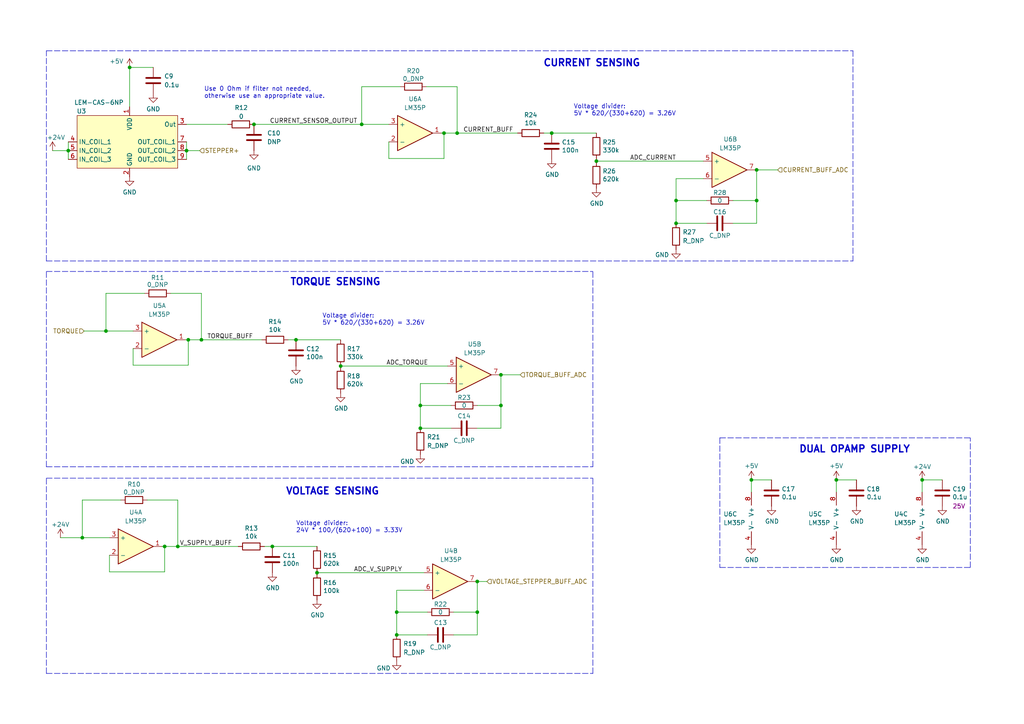
<source format=kicad_sch>
(kicad_sch (version 20211123) (generator eeschema)
  (paper "A4")
  (lib_symbols
    (symbol "Device:C" (pin_numbers hide) (pin_names (offset 0.254))
      (property "Reference" "C" (at 0.635 2.54 0))
      (property "Value" "C" (at 0.635 -2.54 0))
      (symbol "C_0_1"
        (polyline (pts (xy -2.032 -0.762) (xy 2.032 -0.762)) (stroke (width 0.508)))
        (polyline (pts (xy -2.032 0.762) (xy 2.032 0.762)) (stroke (width 0.508)))
      )
      (symbol "C_1_1"
        (pin passive line (at 0 3.81 270) (length 2.794) (name "~") (number "1"))
        (pin passive line (at 0 -3.81 90) (length 2.794) (name "~") (number "2"))
      )
    )
    (symbol "Device:Opamp_Dual"
      (property "Reference" "U" (at 0 5.08 0))
      (property "Value" "Opamp_Dual" (at 0 -5.08 0))
      (symbol "Opamp_Dual_1_1"
        (polyline (pts (xy -5.08 5.08) (xy 5.08 0) (xy -5.08 -5.08) (xy -5.08 5.08)) (stroke (width 0.254)) (fill (type background)))
        (pin output line (at 7.62 0 180) (length 2.54) (name "~") (number "1"))
        (pin input line (at -7.62 -2.54 0) (length 2.54) (name "-") (number "2"))
        (pin input line (at -7.62 2.54 0) (length 2.54) (name "+") (number "3"))
      )
      (symbol "Opamp_Dual_2_1"
        (polyline (pts (xy -5.08 5.08) (xy 5.08 0) (xy -5.08 -5.08) (xy -5.08 5.08)) (stroke (width 0.254)) (fill (type background)))
        (pin input line (at -7.62 2.54 0) (length 2.54) (name "+") (number "5"))
        (pin input line (at -7.62 -2.54 0) (length 2.54) (name "-") (number "6"))
        (pin output line (at 7.62 0 180) (length 2.54) (name "~") (number "7"))
      )
      (symbol "Opamp_Dual_3_1"
        (pin power_in line (at -2.54 -7.62 90) (length 3.81) (name "V-") (number "4"))
        (pin power_in line (at -2.54 7.62 270) (length 3.81) (name "V+") (number "8"))
      )
    )
    (symbol "Device:R" (pin_numbers hide) (pin_names (offset 0))
      (property "Reference" "R" (at 2.032 0 90))
      (property "Value" "R" (at 0 0 90))
      (symbol "R_0_1"
        (rectangle (start -1.016 -2.54) (end 1.016 2.54) (stroke (width 0.254)))
      )
      (symbol "R_1_1"
        (pin passive line (at 0 3.81 270) (length 1.27) (name "~") (number "1"))
        (pin passive line (at 0 -3.81 90) (length 1.27) (name "~") (number "2"))
      )
    )
    (symbol "Sensing lib:LEM-CAS-6-NP"
      (property "Reference" "U2" (at -13.97 1.27 0))
      (property "Value" "LEM-CAS-6NP" (at -8.89 3.81 0))
      (symbol "LEM-CAS-6-NP_0_1"
        (rectangle (start -15.24 0) (end 13.97 -15.24) (fill (type background)))
      )
      (symbol "LEM-CAS-6-NP_1_1"
        (pin power_in line (at 0 2.54 270) (length 2.54) (name "VDD") (number "1"))
        (pin power_out line (at 0 -17.78 90) (length 2.54) (name "GND") (number "2"))
        (pin output line (at 16.51 -2.54 180) (length 2.54) (name "Out") (number "3"))
        (pin input line (at -17.78 -7.62 0) (length 2.54) (name "IN_COIL_1") (number "4"))
        (pin input line (at -17.78 -10.16 0) (length 2.54) (name "IN_COIL_2") (number "5"))
        (pin input line (at -17.78 -12.7 0) (length 2.54) (name "IN_COIL_3") (number "6"))
        (pin output line (at 16.51 -7.62 180) (length 2.54) (name "OUT_COIL_1") (number "7"))
        (pin output line (at 16.51 -10.16 180) (length 2.54) (name "OUT_COIL_2") (number "8"))
        (pin output line (at 16.51 -12.7 180) (length 2.54) (name "OUT_COIL_3") (number "9"))
      )
    )
    (symbol "power:+24V" (power) (pin_names (offset 0))
      (property "Value" "+24V" (at 0 3.556 0))
      (symbol "+24V_0_1"
        (polyline (pts (xy -0.762 1.27) (xy 0 2.54)))
        (polyline (pts (xy 0 0) (xy 0 2.54)))
        (polyline (pts (xy 0 2.54) (xy 0.762 1.27)))
      )
      (symbol "+24V_1_1"
        (pin power_in line (at 0 0 90) (length 0) hide (name "+24V") (number "1"))
      )
    )
    (symbol "power:+5V" (power) (pin_names (offset 0))
      (property "Value" "+5V" (at 0 3.556 0))
      (symbol "+5V_0_1"
        (polyline (pts (xy -0.762 1.27) (xy 0 2.54)))
        (polyline (pts (xy 0 0) (xy 0 2.54)))
        (polyline (pts (xy 0 2.54) (xy 0.762 1.27)))
      )
      (symbol "+5V_1_1"
        (pin power_in line (at 0 0 90) (length 0) hide (name "+5V") (number "1"))
      )
    )
    (symbol "power:GND" (power) (pin_names (offset 0))
      (property "Value" "GND" (at 0 -3.81 0))
      (symbol "GND_0_1"
        (polyline (pts (xy 0 0) (xy 0 -1.27) (xy 1.27 -1.27) (xy 0 -2.54) (xy -1.27 -1.27) (xy 0 -1.27)))
      )
      (symbol "GND_1_1"
        (pin power_in line (at 0 0 270) (length 0) hide (name "GND") (number "1"))
      )
    )
  )
  (junction (at 196.088 64.77))
  (junction (at 78.994 158.496))
  (junction (at 267.462 139.192))
  (junction (at 160.02 38.608))
  (junction (at 217.932 139.192))
  (junction (at 115.062 177.546))
  (junction (at 145.288 108.712))
  (junction (at 121.92 124.206))
  (junction (at 91.948 166.116))
  (junction (at 145.288 117.602))
  (junction (at 219.456 58.166))
  (junction (at 85.852 98.552))
  (junction (at 138.43 177.546))
  (junction (at 172.974 46.736))
  (junction (at 73.66 36.068))
  (junction (at 121.92 117.602))
  (junction (at 54.102 43.688))
  (junction (at 128.778 38.608))
  (junction (at 98.806 106.172))
  (junction (at 23.876 155.956))
  (junction (at 138.43 168.656))
  (junction (at 115.062 184.15))
  (junction (at 51.562 158.496))
  (junction (at 132.588 38.608))
  (junction (at 196.088 58.166))
  (junction (at 219.456 49.276))
  (junction (at 30.734 96.012))
  (junction (at 19.812 43.688))
  (junction (at 104.902 36.068))
  (junction (at 37.592 19.558))
  (junction (at 54.61 98.552))
  (junction (at 58.42 98.552))
  (junction (at 47.752 158.496))
  (junction (at 242.57 139.192))
  (wire (pts (xy 104.902 36.068) (xy 104.902 25.146)))
  (wire (pts (xy 145.288 108.712) (xy 145.288 117.602)))
  (wire (pts (xy 196.088 51.816) (xy 196.088 58.166)))
  (polyline (pts (xy 13.462 195.326) (xy 13.462 138.684)))
  (wire (pts (xy 54.61 105.918) (xy 54.61 98.552)))
  (wire (pts (xy 115.062 171.196) (xy 122.936 171.196)))
  (polyline (pts (xy 13.462 135.382) (xy 13.462 78.74)))
  (wire (pts (xy 54.61 98.552) (xy 53.848 98.552)))
  (wire (pts (xy 121.92 111.252) (xy 121.92 117.602)))
  (polyline (pts (xy 13.462 14.732) (xy 247.396 14.732)))
  (wire (pts (xy 132.588 38.608) (xy 150.114 38.608)))
  (wire (pts (xy 98.806 106.172) (xy 129.794 106.172)))
  (wire (pts (xy 128.778 38.608) (xy 132.588 38.608)))
  (wire (pts (xy 267.462 139.192) (xy 267.462 142.748)))
  (wire (pts (xy 160.02 38.608) (xy 172.974 38.608)))
  (wire (pts (xy 24.384 96.012) (xy 30.734 96.012)))
  (wire (pts (xy 145.034 108.712) (xy 145.288 108.712)))
  (wire (pts (xy 19.812 41.148) (xy 19.812 43.688)))
  (wire (pts (xy 37.592 19.558) (xy 37.592 30.988)))
  (wire (pts (xy 51.562 158.496) (xy 69.088 158.496)))
  (polyline (pts (xy 171.958 195.326) (xy 171.958 138.684)))
  (wire (pts (xy 172.974 46.736) (xy 203.962 46.736)))
  (wire (pts (xy 76.708 158.496) (xy 78.994 158.496)))
  (polyline (pts (xy 171.958 135.382) (xy 171.958 78.74)))
  (wire (pts (xy 83.566 98.552) (xy 85.852 98.552)))
  (wire (pts (xy 49.53 85.09) (xy 58.42 85.09)))
  (wire (pts (xy 30.734 96.012) (xy 30.734 85.09)))
  (wire (pts (xy 138.43 168.656) (xy 141.224 168.656)))
  (wire (pts (xy 138.43 177.546) (xy 138.43 184.15)))
  (wire (pts (xy 54.102 43.688) (xy 54.102 46.228)))
  (wire (pts (xy 115.062 177.546) (xy 115.062 184.15)))
  (wire (pts (xy 121.92 117.602) (xy 130.81 117.602)))
  (wire (pts (xy 172.974 46.736) (xy 172.974 46.99)))
  (wire (pts (xy 138.43 177.546) (xy 131.572 177.546)))
  (wire (pts (xy 112.776 41.148) (xy 112.776 45.974)))
  (wire (pts (xy 131.572 184.15) (xy 138.43 184.15)))
  (wire (pts (xy 242.57 139.192) (xy 242.57 142.748)))
  (wire (pts (xy 17.526 155.956) (xy 23.876 155.956)))
  (wire (pts (xy 78.994 158.496) (xy 91.948 158.496)))
  (wire (pts (xy 85.852 98.552) (xy 98.806 98.552)))
  (wire (pts (xy 98.806 106.172) (xy 98.806 106.426)))
  (wire (pts (xy 242.57 139.192) (xy 248.412 139.192)))
  (wire (pts (xy 219.202 49.276) (xy 219.456 49.276)))
  (wire (pts (xy 115.062 184.15) (xy 123.952 184.15)))
  (wire (pts (xy 104.902 25.146) (xy 116.078 25.146)))
  (wire (pts (xy 157.734 38.608) (xy 160.02 38.608)))
  (wire (pts (xy 123.698 25.146) (xy 132.588 25.146)))
  (polyline (pts (xy 13.462 195.326) (xy 171.958 195.326)))
  (polyline (pts (xy 13.462 135.382) (xy 171.958 135.382)))
  (wire (pts (xy 47.752 165.862) (xy 47.752 158.496)))
  (wire (pts (xy 138.43 124.206) (xy 145.288 124.206)))
  (wire (pts (xy 121.92 124.206) (xy 130.81 124.206)))
  (wire (pts (xy 104.902 36.068) (xy 112.776 36.068)))
  (polyline (pts (xy 208.788 127) (xy 281.432 127)))
  (wire (pts (xy 30.734 96.012) (xy 38.608 96.012)))
  (polyline (pts (xy 208.788 127) (xy 208.788 164.592)))
  (wire (pts (xy 121.92 117.602) (xy 121.92 124.206)))
  (wire (pts (xy 38.608 101.092) (xy 38.608 105.918)))
  (wire (pts (xy 121.92 111.252) (xy 129.794 111.252)))
  (polyline (pts (xy 208.788 164.592) (xy 281.432 164.592)))
  (wire (pts (xy 132.588 25.146) (xy 132.588 38.608)))
  (wire (pts (xy 91.948 166.116) (xy 122.936 166.116)))
  (wire (pts (xy 47.752 158.496) (xy 51.562 158.496)))
  (wire (pts (xy 47.752 158.496) (xy 46.99 158.496)))
  (wire (pts (xy 31.75 161.036) (xy 31.75 165.862)))
  (polyline (pts (xy 13.462 75.692) (xy 13.462 14.732)))
  (wire (pts (xy 19.812 43.688) (xy 19.812 46.228)))
  (wire (pts (xy 23.876 155.956) (xy 31.75 155.956)))
  (wire (pts (xy 23.876 155.956) (xy 23.876 145.034)))
  (wire (pts (xy 219.456 58.166) (xy 212.598 58.166)))
  (wire (pts (xy 91.948 166.116) (xy 91.948 166.37)))
  (wire (pts (xy 54.102 36.068) (xy 66.04 36.068)))
  (polyline (pts (xy 13.462 138.684) (xy 171.958 138.684)))
  (polyline (pts (xy 13.462 78.74) (xy 171.958 78.74)))
  (wire (pts (xy 196.088 51.816) (xy 203.962 51.816)))
  (wire (pts (xy 112.776 45.974) (xy 128.778 45.974)))
  (wire (pts (xy 44.45 19.558) (xy 37.592 19.558)))
  (wire (pts (xy 31.75 165.862) (xy 47.752 165.862)))
  (wire (pts (xy 23.876 145.034) (xy 35.052 145.034)))
  (wire (pts (xy 15.24 43.688) (xy 19.812 43.688)))
  (wire (pts (xy 217.932 139.192) (xy 217.932 142.748)))
  (wire (pts (xy 42.672 145.034) (xy 51.562 145.034)))
  (wire (pts (xy 73.66 36.068) (xy 104.902 36.068)))
  (wire (pts (xy 128.778 45.974) (xy 128.778 38.608)))
  (wire (pts (xy 219.456 49.276) (xy 219.456 58.166)))
  (wire (pts (xy 172.974 46.228) (xy 172.974 46.736)))
  (wire (pts (xy 212.598 64.77) (xy 219.456 64.77)))
  (wire (pts (xy 128.778 38.608) (xy 128.016 38.608)))
  (wire (pts (xy 145.288 117.602) (xy 138.43 117.602)))
  (wire (pts (xy 115.062 171.196) (xy 115.062 177.546)))
  (wire (pts (xy 145.288 117.602) (xy 145.288 124.206)))
  (wire (pts (xy 219.456 49.276) (xy 225.552 49.276)))
  (wire (pts (xy 30.734 85.09) (xy 41.91 85.09)))
  (wire (pts (xy 145.288 108.712) (xy 150.876 108.712)))
  (wire (pts (xy 115.062 177.546) (xy 123.952 177.546)))
  (wire (pts (xy 54.102 43.688) (xy 57.912 43.688)))
  (wire (pts (xy 196.088 58.166) (xy 196.088 64.77)))
  (wire (pts (xy 217.932 139.192) (xy 223.774 139.192)))
  (polyline (pts (xy 281.432 164.592) (xy 281.432 127)))
  (wire (pts (xy 196.088 64.77) (xy 204.978 64.77)))
  (wire (pts (xy 54.102 41.148) (xy 54.102 43.688)))
  (wire (pts (xy 138.43 168.656) (xy 138.43 177.546)))
  (polyline (pts (xy 13.462 75.692) (xy 247.396 75.692)))
  (wire (pts (xy 196.088 58.166) (xy 204.978 58.166)))
  (wire (pts (xy 219.456 58.166) (xy 219.456 64.77)))
  (wire (pts (xy 138.176 168.656) (xy 138.43 168.656)))
  (wire (pts (xy 54.61 98.552) (xy 58.42 98.552)))
  (wire (pts (xy 38.608 105.918) (xy 54.61 105.918)))
  (wire (pts (xy 267.462 139.192) (xy 273.304 139.192)))
  (polyline (pts (xy 247.396 14.732) (xy 247.396 75.692)))
  (wire (pts (xy 58.42 85.09) (xy 58.42 98.552)))
  (wire (pts (xy 51.562 145.034) (xy 51.562 158.496)))
  (wire (pts (xy 58.42 98.552) (xy 75.946 98.552)))
  (text "TORQUE SENSING" (at 84.074 83.058 0) (effects (font (size 2 2) bold) (justify left bottom)))
  (text "VOLTAGE SENSING" (at 82.804 143.764 0) (effects (font (size 2 2) bold) (justify left bottom)))
  (text "Voltage divider:\n5V * 620/(330+620) = 3.26V" (at 93.472 94.488 0) (effects (font (size 1.27 1.27)) (justify left bottom)))
  (text "Voltage divider:\n24V * 100/(620+100) = 3.33V" (at 85.852 154.686 0) (effects (font (size 1.27 1.27)) (justify left bottom)))
  (text "Voltage divider:\n5V * 620/(330+620) = 3.26V" (at 166.37 33.782 0) (effects (font (size 1.27 1.27)) (justify left bottom)))
  (text "DUAL OPAMP SUPPLY\n" (at 231.648 131.572 0) (effects (font (size 2 2) bold) (justify left bottom)))
  (text "CURRENT SENSING" (at 157.48 19.558 0) (effects (font (size 2 2) bold) (justify left bottom)))
  (text "Use 0 Ohm if filter not needed, \notherwise use an appropriate value." (at 59.182 28.702 0) (effects (font (size 1.27 1.27)) (justify left bottom)))
  (label "CURRENT_BUFF" (at 134.366 38.608 0))
  (label "V_SUPPLY_BUFF" (at 67.31 158.496 180))
  (label "ADC_V_SUPPLY" (at 102.616 166.116 0))
  (label "TORQUE_BUFF" (at 73.406 98.552 180))
  (label "ADC_CURRENT" (at 196.088 46.736 180))
  (label "CURRENT_SENSOR_OUTPUT" (at 78.232 36.068 0))
  (label "ADC_TORQUE" (at 124.206 106.172 180))
  (hierarchical_label "TORQUE_BUFF_ADC" (shape input) (at 150.876 108.712 0))
  (hierarchical_label "CURRENT_BUFF_ADC" (shape input) (at 225.552 49.276 0))
  (hierarchical_label "TORQUE" (shape input) (at 24.384 96.012 180))
  (hierarchical_label "VOLTAGE_STEPPER_BUFF_ADC" (shape input) (at 141.224 168.656 0))
  (hierarchical_label "STEPPER+" (shape input) (at 57.912 43.688 0))
  (symbol (lib_id "power:GND") (at 172.974 54.61 0) (unit 1)
    (property "Reference" "#PWR034" (effects hide))
    (property "Value" "GND" (at 173.101 59.0042 0))
  )
  (symbol (lib_id "power:GND") (at 242.57 157.988 0) (unit 1)
    (property "Reference" "#PWR040" (effects hide))
    (property "Value" "GND" (at 242.697 162.3822 0))
  )
  (symbol (lib_id "power:GND") (at 273.304 146.812 0) (unit 1)
    (property "Reference" "#PWR044" (effects hide))
    (property "Value" "GND" (at 273.431 151.2062 0))
  )
  (symbol (lib_id "power:GND") (at 115.062 191.77 0) (unit 1)
    (property "Reference" "#PWR031" (effects hide))
    (property "Value" "GND" (at 111.252 193.802 0))
  )
  (symbol (lib_id "power:+5V") (at 217.932 139.192 0) (unit 1)
    (property "Reference" "#PWR036" (effects hide))
    (property "Value" "+5V" (at 217.932 135.128 0))
  )
  (symbol (lib_id "power:GND") (at 196.088 72.39 0) (unit 1)
    (property "Reference" "#PWR035" (effects hide))
    (property "Value" "GND" (at 192.024 73.914 0))
  )
  (symbol (lib_id "power:GND") (at 37.592 51.308 0) (unit 1)
    (property "Reference" "#PWR024" (effects hide))
    (property "Value" "GND" (at 37.592 55.753 0))
  )
  (symbol (lib_id "Sensing lib:LEM-CAS-6-NP") (at 37.592 33.528 0) (unit 1)
    (property "Reference" "U3" (at 23.622 32.258 0))
    (property "Value" "LEM-CAS-6NP" (at 28.702 29.718 0))
    (property "Footprint" "Sensing lib:LEM-CAS-6-NP" (effects hide))
    (property "Datasheet" "https://www.lem.com/sites/default/files/products_datasheets/cas_series.pdf" (effects hide))
  )
  (symbol (lib_id "Device:C") (at 85.852 102.362 0) (unit 1)
    (property "Reference" "C12" (at 88.773 101.1936 0) (effects (justify left)))
    (property "Value" "100n" (at 88.773 103.505 0) (effects (justify left)))
    (property "Footprint" "Capacitor_SMD:C_0603_1608Metric" (effects hide))
  )
  (symbol (lib_id "Device:Opamp_Dual") (at 46.228 98.552 0) (unit 1)
    (property "Reference" "U5" (at 46.228 88.646 0))
    (property "Value" "LM35P" (at 46.228 91.186 0))
    (property "Footprint" "Package_DIP:DIP-8_W7.62mm" (effects hide))
    (property "Datasheet" "https://www.ti.com/lit/ds/symlink/lm358.pdf?ts=1658579670969&ref_url=https%253A%252F%252Fwww.ti.com%252Fproduct%252FLM358" (effects hide))
  )
  (symbol (lib_id "Device:R") (at 69.85 36.068 90) (unit 1)
    (property "Reference" "R12" (at 69.977 31.242 90))
    (property "Value" "0" (at 69.977 33.782 90))
    (property "Footprint" "Resistor_SMD:R_0603_1608Metric" (effects hide))
  )
  (symbol (lib_id "Device:R") (at 45.72 85.09 90) (unit 1)
    (property "Reference" "R11" (at 45.72 80.518 90))
    (property "Value" "0_DNP" (at 45.72 82.55 90))
    (property "Footprint" "Resistor_SMD:R_0603_1608Metric" (effects hide))
  )
  (symbol (lib_id "Device:R") (at 127.762 177.546 90) (unit 1)
    (property "Reference" "R22" (at 127.762 175.26 90))
    (property "Value" "0" (at 127.762 177.546 90))
    (property "Footprint" "Resistor_SMD:R_0603_1608Metric" (effects hide))
  )
  (symbol (lib_id "Device:R") (at 134.62 117.602 90) (unit 1)
    (property "Reference" "R23" (at 134.62 115.316 90))
    (property "Value" "0" (at 134.62 117.602 90))
    (property "Footprint" "Resistor_SMD:R_0603_1608Metric" (effects hide))
  )
  (symbol (lib_id "Device:R") (at 79.756 98.552 270) (unit 1)
    (property "Reference" "R14" (at 79.756 93.2942 90))
    (property "Value" "10k" (at 79.756 95.6056 90))
    (property "Footprint" "Resistor_SMD:R_0603_1608Metric" (effects hide))
  )
  (symbol (lib_id "Device:C") (at 208.788 64.77 270) (unit 1)
    (property "Reference" "C16" (at 208.788 61.468 90))
    (property "Value" "C_DNP" (at 208.788 68.326 90))
    (property "Footprint" "Capacitor_SMD:C_0805_2012Metric" (effects hide))
  )
  (symbol (lib_id "power:GND") (at 91.948 173.99 0) (unit 1)
    (property "Reference" "#PWR029" (effects hide))
    (property "Value" "GND" (at 92.075 178.3842 0))
  )
  (symbol (lib_id "Device:Opamp_Dual") (at 220.472 150.368 0) (unit 3)
    (property "Reference" "U6" (at 209.804 149.098 0) (effects (justify left)))
    (property "Value" "LM35P" (at 209.804 151.638 0) (effects (justify left)))
    (property "Footprint" "Package_DIP:DIP-8_W7.62mm" (effects hide))
    (property "Datasheet" "https://www.ti.com/lit/ds/symlink/lm358.pdf?ts=1658579670969&ref_url=https%253A%252F%252Fwww.ti.com%252Fproduct%252FLM358" (effects hide))
  )
  (symbol (lib_id "power:GND") (at 121.92 131.826 0) (unit 1)
    (property "Reference" "#PWR032" (effects hide))
    (property "Value" "GND" (at 118.11 133.858 0))
  )
  (symbol (lib_id "Device:C") (at 127.762 184.15 270) (unit 1)
    (property "Reference" "C13" (at 127.762 180.594 90))
    (property "Value" "C_DNP" (at 127.762 187.706 90))
    (property "Footprint" "Capacitor_SMD:C_0805_2012Metric" (effects hide))
  )
  (symbol (lib_id "Device:R") (at 98.806 110.236 0) (unit 1)
    (property "Reference" "R18" (at 100.584 109.0676 0) (effects (justify left)))
    (property "Value" "620k" (at 100.584 111.379 0) (effects (justify left)))
    (property "Footprint" "Resistor_SMD:R_0603_1608Metric" (effects hide))
  )
  (symbol (lib_id "Device:R") (at 153.924 38.608 270) (unit 1)
    (property "Reference" "R24" (at 153.924 33.3502 90))
    (property "Value" "10k" (at 153.924 35.6616 90))
    (property "Footprint" "Resistor_SMD:R_0603_1608Metric" (effects hide))
  )
  (symbol (lib_id "Device:R") (at 196.088 68.58 0) (unit 1)
    (property "Reference" "R27" (at 197.993 67.3099 0) (effects (justify left)))
    (property "Value" "R_DNP" (at 197.993 69.8499 0) (effects (justify left)))
    (property "Footprint" "Resistor_SMD:R_0603_1608Metric" (effects hide))
  )
  (symbol (lib_id "power:GND") (at 44.45 27.178 0) (unit 1)
    (property "Reference" "#PWR025" (effects hide))
    (property "Value" "GND" (at 44.45 31.623 0))
  )
  (symbol (lib_id "Device:C") (at 273.304 143.002 0) (unit 1)
    (property "Reference" "C19" (at 276.225 141.8336 0) (effects (justify left)))
    (property "Value" "0.1u" (at 276.225 144.145 0) (effects (justify left)))
    (property "Footprint" "Capacitor_SMD:C_0603_1608Metric" (effects hide))
    (property "V" "25V" (at 278.13 146.812 0))
  )
  (symbol (lib_id "Device:R") (at 38.862 145.034 90) (unit 1)
    (property "Reference" "R10" (at 38.862 140.462 90))
    (property "Value" "0_DNP" (at 38.862 142.748 90))
    (property "Footprint" "Resistor_SMD:R_0603_1608Metric" (effects hide))
  )
  (symbol (lib_id "Device:Opamp_Dual") (at 270.002 150.368 0) (unit 3)
    (property "Reference" "U4" (at 259.334 149.098 0) (effects (justify left)))
    (property "Value" "LM35P" (at 259.334 151.638 0) (effects (justify left)))
    (property "Footprint" "Package_DIP:DIP-8_W7.62mm" (effects hide))
    (property "Datasheet" "https://www.ti.com/lit/ds/symlink/lm358.pdf?ts=1658579670969&ref_url=https%253A%252F%252Fwww.ti.com%252Fproduct%252FLM358" (effects hide))
  )
  (symbol (lib_id "Device:Opamp_Dual") (at 39.37 158.496 0) (unit 1)
    (property "Reference" "U4" (at 39.37 148.59 0))
    (property "Value" "LM35P" (at 39.37 151.13 0))
    (property "Footprint" "Package_DIP:DIP-8_W7.62mm" (effects hide))
    (property "Datasheet" "https://www.ti.com/lit/ds/symlink/lm358.pdf?ts=1658579670969&ref_url=https%253A%252F%252Fwww.ti.com%252Fproduct%252FLM358" (effects hide))
  )
  (symbol (lib_id "Device:C") (at 73.66 39.878 0) (unit 1)
    (property "Reference" "C10" (at 77.47 38.6079 0) (effects (justify left)))
    (property "Value" "DNP" (at 77.47 41.1479 0) (effects (justify left)))
    (property "Footprint" "Capacitor_SMD:C_0805_2012Metric" (effects hide))
  )
  (symbol (lib_id "power:GND") (at 73.66 43.688 0) (unit 1)
    (property "Reference" "#PWR026" (effects hide))
    (property "Value" "GND" (at 73.66 48.768 0))
  )
  (symbol (lib_id "Device:C") (at 223.774 143.002 0) (unit 1)
    (property "Reference" "C17" (at 226.695 141.8336 0) (effects (justify left)))
    (property "Value" "0.1u" (at 226.695 144.145 0) (effects (justify left)))
    (property "Footprint" "Capacitor_SMD:C_0603_1608Metric" (effects hide))
  )
  (symbol (lib_id "power:GND") (at 78.994 166.116 0) (unit 1)
    (property "Reference" "#PWR027" (effects hide))
    (property "Value" "GND" (at 79.121 170.5102 0))
  )
  (symbol (lib_id "Device:C") (at 44.45 23.368 0) (unit 1)
    (property "Reference" "C9" (at 47.625 22.0979 0) (effects (justify left)))
    (property "Value" "0.1u" (at 47.625 24.6379 0) (effects (justify left)))
    (property "Footprint" "Capacitor_SMD:C_0603_1608Metric" (effects hide))
  )
  (symbol (lib_id "Device:R") (at 172.974 50.8 0) (unit 1)
    (property "Reference" "R26" (at 174.752 49.6316 0) (effects (justify left)))
    (property "Value" "620k" (at 174.752 51.943 0) (effects (justify left)))
    (property "Footprint" "Resistor_SMD:R_0603_1608Metric" (effects hide))
  )
  (symbol (lib_id "Device:R") (at 98.806 102.362 0) (unit 1)
    (property "Reference" "R17" (at 100.584 101.1936 0) (effects (justify left)))
    (property "Value" "330k" (at 100.584 103.505 0) (effects (justify left)))
    (property "Footprint" "Resistor_SMD:R_0603_1608Metric" (effects hide))
  )
  (symbol (lib_id "power:GND") (at 223.774 146.812 0) (unit 1)
    (property "Reference" "#PWR038" (effects hide))
    (property "Value" "GND" (at 223.901 151.2062 0))
  )
  (symbol (lib_id "power:+5V") (at 242.57 139.192 0) (unit 1)
    (property "Reference" "#PWR039" (effects hide))
    (property "Value" "+5V" (at 242.57 135.128 0))
  )
  (symbol (lib_id "Device:R") (at 115.062 187.96 0) (unit 1)
    (property "Reference" "R19" (at 116.967 186.6899 0) (effects (justify left)))
    (property "Value" "R_DNP" (at 116.967 189.2299 0) (effects (justify left)))
    (property "Footprint" "Resistor_SMD:R_0603_1608Metric" (effects hide))
  )
  (symbol (lib_id "Device:Opamp_Dual") (at 211.582 49.276 0) (unit 2)
    (property "Reference" "U6" (at 211.836 40.386 0))
    (property "Value" "LM35P" (at 211.836 42.926 0))
    (property "Footprint" "Package_DIP:DIP-8_W7.62mm" (effects hide))
    (property "Datasheet" "https://www.ti.com/lit/ds/symlink/lm358.pdf?ts=1658579670969&ref_url=https%253A%252F%252Fwww.ti.com%252Fproduct%252FLM358" (effects hide))
  )
  (symbol (lib_id "Device:R") (at 72.898 158.496 270) (unit 1)
    (property "Reference" "R13" (at 72.898 153.2382 90))
    (property "Value" "10k" (at 72.898 155.5496 90))
    (property "Footprint" "Resistor_SMD:R_0603_1608Metric" (effects hide))
  )
  (symbol (lib_id "Device:R") (at 208.788 58.166 90) (unit 1)
    (property "Reference" "R28" (at 208.788 55.88 90))
    (property "Value" "0" (at 208.788 58.166 90))
    (property "Footprint" "Resistor_SMD:R_0603_1608Metric" (effects hide))
  )
  (symbol (lib_id "Device:R") (at 172.974 42.418 0) (unit 1)
    (property "Reference" "R25" (at 174.752 41.2496 0) (effects (justify left)))
    (property "Value" "330k" (at 174.752 43.561 0) (effects (justify left)))
    (property "Footprint" "Resistor_SMD:R_0603_1608Metric" (effects hide))
  )
  (symbol (lib_id "power:+24V") (at 267.462 139.192 0) (unit 1)
    (property "Reference" "#PWR042" (effects hide))
    (property "Value" "+24V" (at 267.462 135.382 0))
  )
  (symbol (lib_id "Device:C") (at 134.62 124.206 270) (unit 1)
    (property "Reference" "C14" (at 134.62 120.65 90))
    (property "Value" "C_DNP" (at 134.62 127.762 90))
    (property "Footprint" "Capacitor_SMD:C_0805_2012Metric" (effects hide))
  )
  (symbol (lib_id "Device:C") (at 78.994 162.306 0) (unit 1)
    (property "Reference" "C11" (at 81.915 161.1376 0) (effects (justify left)))
    (property "Value" "100n" (at 81.915 163.449 0) (effects (justify left)))
    (property "Footprint" "Capacitor_SMD:C_0603_1608Metric" (effects hide))
  )
  (symbol (lib_id "Device:Opamp_Dual") (at 130.556 168.656 0) (unit 2)
    (property "Reference" "U4" (at 130.81 159.766 0))
    (property "Value" "LM35P" (at 130.81 162.306 0))
    (property "Footprint" "Package_DIP:DIP-8_W7.62mm" (effects hide))
    (property "Datasheet" "https://www.ti.com/lit/ds/symlink/lm358.pdf?ts=1658579670969&ref_url=https%253A%252F%252Fwww.ti.com%252Fproduct%252FLM358" (effects hide))
  )
  (symbol (lib_id "Device:R") (at 121.92 128.016 0) (unit 1)
    (property "Reference" "R21" (at 123.825 126.7459 0) (effects (justify left)))
    (property "Value" "R_DNP" (at 123.825 129.2859 0) (effects (justify left)))
    (property "Footprint" "Resistor_SMD:R_0603_1608Metric" (effects hide))
  )
  (symbol (lib_id "power:GND") (at 160.02 46.228 0) (unit 1)
    (property "Reference" "#PWR033" (effects hide))
    (property "Value" "GND" (at 160.147 50.6222 0))
  )
  (symbol (lib_id "power:GND") (at 85.852 106.172 0) (unit 1)
    (property "Reference" "#PWR028" (effects hide))
    (property "Value" "GND" (at 85.979 110.5662 0))
  )
  (symbol (lib_id "Device:Opamp_Dual") (at 137.414 108.712 0) (unit 2)
    (property "Reference" "U5" (at 137.668 99.822 0))
    (property "Value" "LM35P" (at 137.668 102.362 0))
    (property "Footprint" "Package_DIP:DIP-8_W7.62mm" (effects hide))
    (property "Datasheet" "https://www.ti.com/lit/ds/symlink/lm358.pdf?ts=1658579670969&ref_url=https%253A%252F%252Fwww.ti.com%252Fproduct%252FLM358" (effects hide))
  )
  (symbol (lib_id "power:GND") (at 217.932 157.988 0) (unit 1)
    (property "Reference" "#PWR037" (effects hide))
    (property "Value" "GND" (at 218.059 162.3822 0))
  )
  (symbol (lib_id "power:+5V") (at 37.592 19.558 0) (unit 1)
    (property "Reference" "#PWR023" (effects hide))
    (property "Value" "+5V" (at 33.782 17.78 0))
  )
  (symbol (lib_id "Device:C") (at 248.412 143.002 0) (unit 1)
    (property "Reference" "C18" (at 251.333 141.8336 0) (effects (justify left)))
    (property "Value" "0.1u" (at 251.333 144.145 0) (effects (justify left)))
    (property "Footprint" "Capacitor_SMD:C_0603_1608Metric" (effects hide))
  )
  (symbol (lib_id "Device:Opamp_Dual") (at 245.11 150.368 0) (unit 3)
    (property "Reference" "U5" (at 234.442 149.098 0) (effects (justify left)))
    (property "Value" "LM35P" (at 234.442 151.638 0) (effects (justify left)))
    (property "Footprint" "Package_DIP:DIP-8_W7.62mm" (effects hide))
    (property "Datasheet" "https://www.ti.com/lit/ds/symlink/lm358.pdf?ts=1658579670969&ref_url=https%253A%252F%252Fwww.ti.com%252Fproduct%252FLM358" (effects hide))
  )
  (symbol (lib_id "Device:C") (at 160.02 42.418 0) (unit 1)
    (property "Reference" "C15" (at 162.941 41.2496 0) (effects (justify left)))
    (property "Value" "100n" (at 162.941 43.561 0) (effects (justify left)))
    (property "Footprint" "Capacitor_SMD:C_0603_1608Metric" (effects hide))
  )
  (symbol (lib_id "power:GND") (at 267.462 157.988 0) (unit 1)
    (property "Reference" "#PWR043" (effects hide))
    (property "Value" "GND" (at 267.589 162.3822 0))
  )
  (symbol (lib_id "Device:R") (at 119.888 25.146 90) (unit 1)
    (property "Reference" "R20" (at 119.888 20.574 90))
    (property "Value" "0_DNP" (at 119.888 22.86 90))
    (property "Footprint" "Resistor_SMD:R_0603_1608Metric" (effects hide))
  )
  (symbol (lib_id "power:GND") (at 98.806 114.046 0) (unit 1)
    (property "Reference" "#PWR030" (effects hide))
    (property "Value" "GND" (at 98.933 118.4402 0))
  )
  (symbol (lib_id "power:+24V") (at 17.526 155.956 0) (unit 1)
    (property "Reference" "#PWR022" (effects hide))
    (property "Value" "+24V" (at 17.526 152.146 0))
  )
  (symbol (lib_id "Device:R") (at 91.948 170.18 0) (unit 1)
    (property "Reference" "R16" (at 93.726 169.0116 0) (effects (justify left)))
    (property "Value" "100k" (at 93.726 171.323 0) (effects (justify left)))
    (property "Footprint" "Resistor_SMD:R_0603_1608Metric" (effects hide))
  )
  (symbol (lib_id "Device:Opamp_Dual") (at 120.396 38.608 0) (unit 1)
    (property "Reference" "U6" (at 120.396 28.702 0))
    (property "Value" "LM35P" (at 120.396 31.242 0))
    (property "Footprint" "Package_DIP:DIP-8_W7.62mm" (effects hide))
    (property "Datasheet" "https://www.ti.com/lit/ds/symlink/lm358.pdf?ts=1658579670969&ref_url=https%253A%252F%252Fwww.ti.com%252Fproduct%252FLM358" (effects hide))
  )
  (symbol (lib_id "Device:R") (at 91.948 162.306 0) (unit 1)
    (property "Reference" "R15" (at 93.726 161.1376 0) (effects (justify left)))
    (property "Value" "620k" (at 93.726 163.449 0) (effects (justify left)))
    (property "Footprint" "Resistor_SMD:R_0603_1608Metric" (effects hide))
  )
  (symbol (lib_id "power:GND") (at 248.412 146.812 0) (unit 1)
    (property "Reference" "#PWR041" (effects hide))
    (property "Value" "GND" (at 248.539 151.2062 0))
  )
  (symbol (lib_id "power:+24V") (at 15.24 43.688 0) (unit 1)
    (property "Reference" "#PWR021" (effects hide))
    (property "Value" "+24V" (at 16.256 39.878 0))
  )
)
</source>
